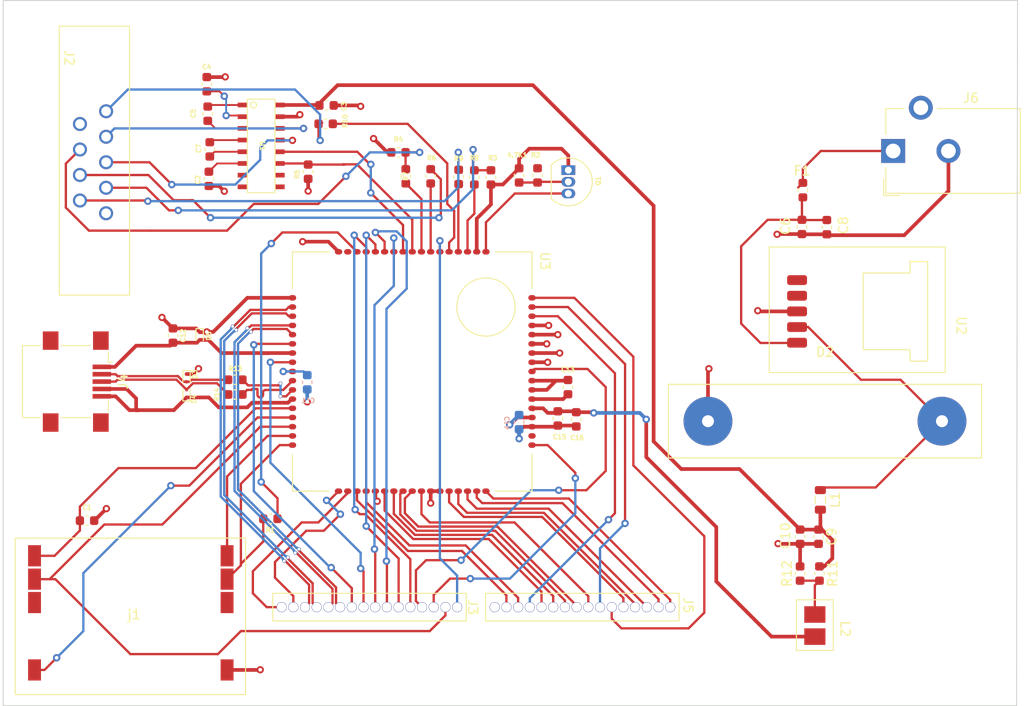
<source format=kicad_pcb>
(kicad_pcb (version 20211014) (generator pcbnew)
  (layers (0 "F.Cu" signal) (1 "In1.Cu" power "GND1.Cu") (2 "In2.Cu" power "GND2.Cu") (31 "B.Cu" signal) (34 "B.Paste" user) (35 "F.Paste" user) (36 "B.SilkS" user "B.Silkscreen") (37 "F.SilkS" user "F.Silkscreen") (38 "B.Mask" user) (39 "F.Mask" user) (44 "Edge.Cuts" user))
  (net 0 "")
  (net 1 "Net-(4.7K1-Pad1)")
  (net 2 "GND")
  (net 3 "/VSIM")
  (net 4 "/VS-")
  (net 5 "+5V")
  (net 6 "/VS+")
  (net 7 "/C1+")
  (net 8 "/C1-")
  (net 9 "Net-(C6-Pad1)")
  (net 10 "/C2+")
  (net 11 "/C2-")
  (net 12 "/D-")
  (net 13 "Net-(C11-Pad1)")
  (net 14 "/SIM_RST")
  (net 15 "/SIM_CLK")
  (net 16 "/SIM_DATA")
  (net 17 "/SIM_PRE")
  (net 18 "Net-(D2-Pad2)")
  (net 19 "/D+")
  (net 20 "Net-(F1-Pad1)")
  (net 22 "/DCD")
  (net 23 "Net-(J2-Pad2)")
  (net 24 "Net-(J2-Pad3)")
  (net 25 "/DTR")
  (net 27 "/RTS")
  (net 28 "/CTS")
  (net 29 "/RI")
  (net 30 "/PWRKEY")
  (net 31 "/VDD_EXT")
  (net 32 "INPUT_PULSE")
  (net 33 "/MAX232_RX")
  (net 34 "Net-(R7-Pad2)")
  (net 35 "Net-(R8-Pad2)")
  (net 36 "Net-(R9-Pad2)")
  (net 37 "Net-(R10-Pad2)")
  (net 38 "Net-(R11-Pad2)")
  (net 39 "/D_P")
  (net 40 "/D_N")
  (net 45 "/MAX232_TX")
  (net 46 "/PCM_OUT")
  (net 47 "Net-(R6-Pad2)")
  (net 48 "/GPIO17")
  (net 49 "/PCM_IN")
  (net 50 "/GPIO19")
  (net 51 "/PCM_SYNC")
  (net 53 "/MIC_P")
  (net 54 "/MIC_N")
  (net 55 "/SPK_P")
  (net 56 "/SPK_N")
  (net 57 "/KPLED")
  (net 58 "/ADC")
  (net 59 "/PWM1{slash}GPIO22")
  (net 60 "/PWM2{slash}GPIO23")
  (net 61 "/SDA")
  (net 62 "/SCL")
  (net 63 "/ROW4{slash}GPIO1")
  (net 64 "/ROW3{slash}GPIO2")
  (net 65 "/ROW2{slash}GPIO3")
  (net 66 "/ROW1{slash}GPIO4")
  (net 67 "/ROW0{slash}GPIO5")
  (net 68 "/C0L4{slash}GPIO6")
  (net 69 "/C0L3{slash}GPIO7")
  (net 70 "/C0L2{slash}GPIO8")
  (net 71 "/C0L1{slash}GPIO9")
  (net 72 "/C0L0{slash}GPIO10")
  (net 73 "/NETLIGHT")
  (net 75 "VBAT")
  (net 76 "/RF_ANT")
  (net 77 "/STATUS")
  (net 78 "/RF_SYNC")
  (net 79 "/PCM_CLK")
  (net 81 "PWR_CTRL")
  (footprint "Capacitor_SMD:C_0603_1608Metric" (layer "F.Cu") (at 152.5 108.6 90)
    (fp_text reference "C16")
    (fp_text value "0.1uF")
  )
  (footprint "Capacitor_SMD:C_0603_1608Metric" (layer "F.Cu") (at 178.8 121.35 -90)
    (fp_text reference "C9")
    (fp_text value "330uF")
  )
  (footprint "Capacitor_SMD:C_0603_1608Metric" (layer "F.Cu") (at 148.3 82.1 -90)
    (fp_text reference "R2")
    (fp_text value "4.7K")
  )
  (footprint "Capacitor_SMD:C_0603_1608Metric" (layer "F.Cu") (at 146.3 82.1 90)
    (fp_text reference "4.7K1")
    (fp_text value "R")
  )
  (footprint "Diode_SMD:D_SOD-923" (layer "F.Cu") (at 110.2 105.8 90)
    (fp_text reference "D4")
    (fp_text value "SZESD9B5.0ST5G")
  )
  (footprint "Capacitor_SMD:C_0603_1608Metric" (layer "F.Cu") (at 108.7275 99.5 -90)
    (fp_text reference "C12")
    (fp_text value "1uF")
  )
  (footprint "RS232_Interface_library:BarrelJack_CUI_PJ-102AH_Horizontal" (layer "F.Cu") (at 186.9 79.45 90)
    (fp_text reference "J6")
    (fp_text value "Jack-DC")
  )
  (footprint "Package_TO_SOT_THT:TO-92_Inline" (layer "F.Cu") (at 151.64 81.53 -90)
    (fp_text reference "Q1")
    (fp_text value "PN2222A")
  )
  (footprint "Capacitor_SMD:C_0603_1608Metric" (layer "F.Cu") (at 134 82.2 -90)
    (fp_text reference "R7")
    (fp_text value "R")
  )
  (footprint "Diode_SMD:D_SOD-923" (layer "F.Cu") (at 110.2 104.1 -90)
    (fp_text reference "D3")
    (fp_text value "SZESD9B5.0ST5G")
  )
  (footprint "RS232_Interface_library:SimCard_91228" (layer "F.Cu") (at 93.700007 123.420004)
    (fp_text reference "j1")
    (fp_text value "SIM_Card_91228")
  )
  (footprint "Capacitor_SMD:C_0603_1608Metric" (layer "F.Cu") (at 112.725004 79.275 -90)
    (fp_text reference "C7")
    (fp_text value "1uF")
  )
  (footprint "Capacitor_SMD:C_0603_1608Metric" (layer "F.Cu") (at 112.625004 82.475 -90)
    (fp_text reference "C2")
    (fp_text value "1uF")
  )
  (footprint "RS232_Interface_library:max232" (layer "F.Cu") (at 116.3 83.345007 -90)
    (fp_text reference "U1")
    (fp_text value "Max232")
  )
  (footprint "Capacitor_SMD:C_0603_1608Metric" (layer "F.Cu") (at 178.9 125.35 -90)
    (fp_text reference "R11")
    (fp_text value "1K")
  )
  (footprint "Capacitor_SMD:C_0603_1608Metric" (layer "F.Cu") (at 112.4 72.2 90)
    (fp_text reference "C4")
    (fp_text value "1uF")
  )
  (footprint "RS232_Interface_library:Db9" (layer "F.Cu") (at 101.47 75.135 -90)
    (fp_text reference "J2")
    (fp_text value "Db9_Port")
  )
  (footprint "Capacitor_SMD:C_0603_1608Metric" (layer "F.Cu") (at 151.6 105.1 -90)
    (fp_text reference "C13")
    (fp_text value "1uF")
  )
  (footprint "Capacitor_SMD:C_0603_1608Metric" (layer "F.Cu") (at 176.8 125.35 90)
    (fp_text reference "R12")
    (fp_text value "2.2K")
  )
  (footprint "Capacitor_SMD:C_0603_1608Metric" (layer "F.Cu") (at 133.2 79.6)
    (fp_text reference "R4")
    (fp_text value "14k")
  )
  (footprint "Capacitor_SMD:C_0603_1608Metric" (layer "F.Cu") (at 177 87.7 -90)
    (fp_text reference "C6")
    (fp_text value "1uF")
  )
  (footprint "Diode_SMD:D_SOD-923" (layer "F.Cu") (at 111.6275 99.55 -90)
    (fp_text reference "D5")
    (fp_text value "SZESD9B5.0ST5G")
  )
  (footprint "Capacitor_SMD:C_0603_1608Metric" (layer "F.Cu") (at 115.5 105.9 180)
    (fp_text reference "R13")
    (fp_text value "22R")
  )
  (footprint "Capacitor_SMD:C_0603_1608Metric" (layer "F.Cu") (at 125.4 74.5)
    (fp_text reference "C3")
    (fp_text value "1uF")
  )
  (footprint "RS232_Interface_library:MBR360" (layer "F.Cu") (at 179.5 108.8)
    (fp_text reference "D2")
    (fp_text value "MBR360")
  )
  (footprint "Capacitor_SMD:C_0603_1608Metric" (layer "F.Cu") (at 141.44 82.32 -90)
    (fp_text reference "R8")
    (fp_text value "R")
  )
  (footprint "RS232_Interface_library:Header_1x16" (layer "F.Cu") (at 120.52 129 -90)
    (fp_text reference "J3")
    (fp_text value "Conn_01x16_Female")
  )
  (footprint "RS232_Interface_library:LM2596" (layer "F.Cu") (at 176.47 100.275 -90)
    (fp_text reference "U2")
    (fp_text value "LM2596")
  )
  (footprint "Capacitor_SMD:C_0603_1608Metric" (layer "F.Cu") (at 112.5 75.4 -90)
    (fp_text reference "C5")
    (fp_text value "1uF")
  )
  (footprint "Capacitor_SMD:C_0603_1608Metric" (layer "F.Cu") (at 179.7 87.725 -90)
    (fp_text reference "C8")
    (fp_text value "100uF")
  )
  (footprint "RS232_Interface_library:Ferrite_bead" (layer "F.Cu") (at 178.4 132.2 -90)
    (fp_text reference "L2")
    (fp_text value "Ferrite_270ohm")
  )
  (footprint "Capacitor_SMD:C_0603_1608Metric" (layer "F.Cu") (at 143.24 82.32 90)
    (fp_text reference "R3")
    (fp_text value "14k")
  )
  (footprint "Capacitor_SMD:C_0603_1608Metric" (layer "F.Cu") (at 125.3 76.5)
    (fp_text reference "R10")
    (fp_text value "R")
  )
  (footprint "Capacitor_SMD:C_0603_1608Metric" (layer "F.Cu") (at 119.3 119.4 180)
    (fp_text reference "R1")
    (fp_text value "4.7k")
  )
  (footprint "Capacitor_SMD:C_0603_1608Metric" (layer "F.Cu") (at 150.5 108.5 90)
    (fp_text reference "C15")
    (fp_text value "0.1uF")
  )
  (footprint "Capacitor_SMD:C_0603_1608Metric" (layer "F.Cu") (at 115.5 104.3 180)
    (fp_text reference "R14")
    (fp_text value "22R")
  )
  (footprint "Capacitor_SMD:C_0603_1608Metric" (layer "F.Cu") (at 123.4 81.7 90)
    (fp_text reference "R5")
    (fp_text value "14k")
  )
  (footprint "RS232_Interface_library:Header_1x16" (layer "F.Cu") (at 162.7 129 90)
    (fp_text reference "J5")
    (fp_text value "Conn_01x16_Female")
  )
  (footprint "RS232_Interface_library:USB_Mini-B_Lumberg_2486_01_Horizontal" (layer "F.Cu") (at 98.3 104.5 -90)
    (fp_text reference "J4")
    (fp_text value "USB_A")
  )
  (footprint "Capacitor_SMD:C_0603_1608Metric" (layer "F.Cu") (at 136.7 82.2 -90)
    (fp_text reference "R6")
    (fp_text value "R")
  )
  (footprint "Capacitor_SMD:C_0603_1608Metric" (layer "F.Cu") (at 139.74 82.27 -90)
    (fp_text reference "R9")
    (fp_text value "R")
  )
  (footprint "RS232_Interface_library:SIM800" (layer "F.Cu") (at 147.7 111.32 -90)
    (fp_text reference "U3")
    (fp_text value "SIM800")
  )
  (footprint "Capacitor_SMD:C_0603_1608Metric" (layer "F.Cu") (at 176.8 121.35 -90)
    (fp_text reference "C10")
    (fp_text value "100nF")
  )
  (footprint "Fuse:Fuse_0603_1608Metric" (layer "F.Cu") (at 177.1 83.7 -90)
    (fp_text reference "F1")
    (fp_text value "Fuse_2A")
  )
  (footprint "Capacitor_SMD:C_0603_1608Metric" (layer "F.Cu") (at 99.4 119.6)
    (fp_text reference "C1")
    (fp_text value "1uF")
  )
  (footprint "Inductor_SMD:L_0805_2012Metric" (layer "F.Cu") (at 179 117.35 -90)
    (fp_text reference "L1")
    (fp_text value "L_Iron_Small")
  )
  (footprint "Capacitor_SMD:C_0603_1608Metric" (layer "B.Cu") (at 123.3 104.575 -90)
    (fp_text reference "C11")
    (fp_text value "1mF")
  )
  (footprint "Capacitor_SMD:C_0603_1608Metric" (layer "B.Cu") (at 146.3 108.9 90)
    (fp_text reference "C14")
    (fp_text value "0.1uF")
  )
  (gr_line (start 200.3 136.2) (end 200.3 139.7) (layer "Edge.Cuts") (width 0.1))
  (gr_line (start 90.3 139.7) (end 90.3 63.1) (layer "Edge.Cuts") (width 0.1))
  (gr_line (start 200.4 63.1) (end 200.3 136.5) (layer "Edge.Cuts") (width 0.1))
  (gr_line (start 90.3 63.1) (end 200.4 63.1) (layer "Edge.Cuts") (width 0.1))
  (gr_line (start 200.3 139.7) (end 90.3 139.7) (layer "Edge.Cuts") (width 0.1))
  (segment (start 151.64 82.8) (end 148.375 82.8) (width 0.25) (layer "F.Cu") (net 1))
  (segment (start 148.375 82.8) (end 148.3 82.875) (width 0.25) (layer "F.Cu") (net 1))
  (segment (start 148.3 82.875) (end 146.3 82.875) (width 0.25) (layer "F.Cu") (net 1))
  (segment (start 108.7275 98.725) (end 111.2225 98.725) (width 0.4) (layer "F.Cu") (net 2))
  (segment (start 143.24 85.26) (end 143.24 83.095) (width 0.4) (layer "F.Cu") (net 2))
  (segment (start 177 88.475) (end 174.325 88.475) (width 0.4) (layer "F.Cu") (net 2))
  (segment (start 174.325 88.475) (end 174.3 88.5) (width 0.4) (layer "F.Cu") (net 2))
  (segment (start 132.425 79.6) (end 132 79.6) (width 0.4) (layer "F.Cu") (net 2))
  (segment (start 116.8 95.4) (end 113.1 99.1) (width 0.4) (layer "F.Cu") (net 2))
  (segment (start 147.7 100.4) (end 149.3 100.4) (width 0.4) (layer "F.Cu") (net 2))
  (segment (start 122.5 75.5) (end 122.275 75.725) (width 0.4) (layer "F.Cu") (net 2))
  (segment (start 104.7275 106.3275) (end 103.7 105.3) (width 0.4) (layer "F.Cu") (net 2))
  (segment (start 111.6275 99.13) (end 112.37 99.13) (width 0.4) (layer "F.Cu") (net 2))
  (segment (start 114.375 71.425) (end 114.4 71.4) (width 0.4) (layer "F.Cu") (net 2))
  (segment (start 179.7 88.5) (end 177.025 88.5) (width 0.4) (layer "F.Cu") (net 2))
  (segment (start 174.425 122.125) (end 174.4 122.1) (width 0.4) (layer "F.Cu") (net 2))
  (segment (start 112.4 71.425) (end 114.375 71.425) (width 0.4) (layer "F.Cu") (net 2))
  (segment (start 150.9 79.2) (end 151.64 79.94) (width 0.4) (layer "F.Cu") (net 2))
  (segment (start 146.3 109.9) (end 146.3 110.7) (width 0.4) (layer "F.Cu") (net 2))
  (segment (start 177.025 88.5) (end 177 88.475) (width 0.4) (layer "F.Cu") (net 2))
  (segment (start 121.610051 106.4) (end 121.210051 106.8) (width 0.4) (layer "F.Cu") (net 2))
  (segment (start 176.8 122.125) (end 174.425 122.125) (width 0.4) (layer "F.Cu") (net 2))
  (segment (start 110.92 103.68) (end 111.5 103.1) (width 0.4) (layer "F.Cu") (net 2))
  (segment (start 121.7 106.4) (end 121.610051 106.4) (width 0.4) (layer "F.Cu") (net 2))
  (segment (start 105 107.6) (end 104.7275 107.6) (width 0.4) (layer "F.Cu") (net 2))
  (segment (start 101 106.1) (end 102.5 106.1) (width 0.4) (layer "F.Cu") (net 2))
  (segment (start 192.9 79.45) (end 192.9 83.8) (width 0.4) (layer "F.Cu") (net 2))
  (segment (start 123.4 82.475) (end 123.4 83.8) (width 0.4) (layer "F.Cu") (net 2))
  (segment (start 141.7 86.8) (end 143.24 85.26) (width 0.4) (layer "F.Cu") (net 2))
  (segment (start 121.7 95.4) (end 116.8 95.4) (width 0.4) (layer "F.Cu") (net 2))
  (segment (start 150.3 104.4) (end 151.525 104.4) (width 0.4) (layer "F.Cu") (net 2))
  (segment (start 100.2 119.6) (end 101.5 118.3) (width 0.4) (layer "F.Cu") (net 2))
  (segment (start 117.3 106.8) (end 116.8 107.3) (width 0.4) (layer "F.Cu") (net 2))
  (segment (start 111.2225 98.725) (end 111.6275 99.13) (width 0.4) (layer "F.Cu") (net 2))
  (segment (start 130.7 116.4) (end 130.7 117.3) (width 0.4) (layer "F.Cu") (net 2))
  (segment (start 132 79.6) (end 130.5 78.1) (width 0.4) (layer "F.Cu") (net 2))
  (segment (start 147.7 105.4) (end 149.3 105.4) (width 0.4) (layer "F.Cu") (net 2))
  (segment (start 112.37 99.13) (end 112.4 99.1) (width 0.4) (layer "F.Cu") (net 2))
  (segment (start 143.24 83.095) (end 144.53 83.095) (width 0.4) (layer "F.Cu") (net 2))
  (segment (start 166.8 108.8) (end 166.8 103.2) (width 0.4) (layer "F.Cu") (net 2))
  (segment (start 116.8 107.3) (end 113.7 107.3) (width 0.4) (layer "F.Cu") (net 2))
  (segment (start 147.7 101.4) (end 150.7 101.4) (width 0.4) (layer "F.Cu") (net 2))
  (segment (start 112.625004 83.25) (end 113.7255 83.25) (width 0.4) (layer "F.Cu") (net 2))
  (segment (start 172.275 96.875) (end 172.2 96.8) (width 0.4) (layer "F.Cu") (net 2))
  (segment (start 147.7 98.4) (end 149.5 98.4) (width 0.4) (layer "F.Cu") (net 2))
  (segment (start 179.8 88.6) (end 179.7 88.5) (width 0.4) (layer "F.Cu") (net 2))
  (segment (start 176.8 122.125) (end 176.8 124.575) (width 0.4) (layer "F.Cu") (net 2))
  (segment (start 147.7 109.4) (end 150.375 109.4) (width 0.4) (layer "F.Cu") (net 2))
  (segment (start 125.6 89.3) (end 122.8 89.3) (width 0.4) (layer "F.Cu") (net 2))
  (segment (start 147.7 99.4) (end 150.5 99.4) (width 0.4) (layer "F.Cu") (net 2))
  (segment (start 146.3 81.325) (end 146.3 80.3) (width 0.4) (layer "F.Cu") (net 2))
  (segment (start 151.64 79.94) (end 151.64 81.53) (width 0.4) (layer "F.Cu") (net 2))
  (segment (start 118.18 135.82) (end 118.2 135.8) (width 0.4) (layer "F.Cu") (net 2))
  (segment (start 121.210051 106.8) (end 117.3 106.8) (width 0.4) (layer "F.Cu") (net 2))
  (segment (start 178.8 122.125) (end 176.8 122.125) (width 0.4) (layer "F.Cu") (net 2))
  (segment (start 107.5325 97.53) (end 108.7275 98.725) (width 0.4) (layer "F.Cu") (net 2))
  (segment (start 146.3 80.3) (end 147.4 79.2) (width 0.4) (layer "F.Cu") (net 2))
  (segment (start 126.7 90.4) (end 125.6 89.3) (width 0.4) (layer "F.Cu") (net 2))
  (segment (start 144.53 83.095) (end 146.3 81.325) (width 0.4) (layer "F.Cu") (net 2))
  (segment (start 113.7255 83.25) (end 114.3 83.8245) (width 0.4) (layer "F.Cu") (net 2))
  (segment (start 112.62 106.22) (end 110.2 106.22) (width 0.4) (layer "F.Cu") (net 2))
  (segment (start 147.4 79.2) (end 150.9 79.2) (width 0.4) (layer "F.Cu") (net 2))
  (segment (start 114.6 135.82) (end 118.18 135.82) (width 0.4) (layer "F.Cu") (net 2))
  (segment (start 113.1 99.1) (end 112.4 99.1) (width 0.4) (layer "F.Cu") (net 2))
  (segment (start 104.7275 107.6) (end 104.7275 106.3275) (width 0.4) (layer "F.Cu") (net 2))
  (segment (start 192.9 83.8) (end 188.1 88.6) (width 0.4) (layer "F.Cu") (net 2))
  (segment (start 122.275 75.725) (end 120.300004 75.725) (width 0.4) (layer "F.Cu") (net 2))
  (segment (start 100.175 119.6) (end 100.2 119.6) (width 0.4) (layer "F.Cu") (net 2))
  (segment (start 129 74.5) (end 129.1 74.6) (width 0.4) (layer "F.Cu") (net 2))
  (segment (start 141.7 90.4) (end 141.7 86.8) (width 0.4) (layer "F.Cu") (net 2))
  (segment (start 176.47 96.875) (end 172.275 96.875) (width 0.4) (layer "F.Cu") (net 2))
  (segment (start 136.7 117.7) (end 136.7 116.4) (width 0.4) (layer "F.Cu") (net 2))
  (segment (start 151.525 104.4) (end 151.6 104.325) (width 0.4) (layer "F.Cu") (net 2))
  (segment (start 166.8 103.2) (end 166.9 103.1) (width 0.4) (layer "F.Cu") (net 2))
  (segment (start 152.4 109.275) (end 152.5 109.375) (width 0.4) (layer "F.Cu") (net 2))
  (segment (start 147.7 102.4) (end 149.4 102.4) (width 0.4) (layer "F.Cu") (net 2))
  (segment (start 150.375 109.4) (end 150.5 109.275) (width 0.4) (layer "F.Cu") (net 2))
  (segment (start 176.95 88.525) (end 177 88.475) (width 0.4) (layer "F.Cu") (net 2))
  (segment (start 104 107.6) (end 105 107.6) (width 0.4) (layer "F.Cu") (net 2))
  (segment (start 108.82 107.6) (end 105 107.6) (width 0.4) (layer "F.Cu") (net 2))
  (segment (start 149.3 105.4) (end 150.3 104.4) (width 0.4) (layer "F.Cu") (net 2))
  (segment (start 103.7 105.3) (end 101 105.3) (width 0.4) (layer "F.Cu") (net 2))
  (segment (start 136.7 116.4) (end 137.7 116.4) (width 0.4) (layer "F.Cu") (net 2))
  (segment (start 130.7 117.3) (end 130.9 117.5) (width 0.4) (layer "F.Cu") (net 2))
  (segment (start 146.8 109.4) (end 146.3 109.9) (width 0.4) (layer "F.Cu") (net 2))
  (segment (start 147.7 104.4) (end 150.3 104.4) (width 0.4) (layer "F.Cu") (net 2))
  (segment (start 126.175 74.5) (end 129 74.5) (width 0.4) (layer "F.Cu") (net 2))
  (segment (start 188.1 88.6) (end 179.8 88.6) (width 0.4) (layer "F.Cu") (net 2))
  (segment (start 110.2 103.68) (end 110.92 103.68) (width 0.4) (layer "F.Cu") (net 2))
  (segment (start 147.7 109.4) (end 146.8 109.4) (width 0.4) (layer "F.Cu") (net 2))
  (segment (start 102.5 106.1) (end 104 107.6) (width 0.4) (layer "F.Cu") (net 2))
  (segment (start 110.2 106.22) (end 108.82 107.6) (width 0.4) (layer "F.Cu") (net 2))
  (segment (start 113.7 107.3) (end 112.62 106.22) (width 0.4) (layer "F.Cu") (net 2))
  (segment (start 150.5 109.275) (end 152.4 109.275) (width 0.4) (layer "F.Cu") (net 2))
  (via micro (at 149.3 100.4) (size 0.8) (drill 0.4) (layers "F.Cu" "In1.Cu") (net 2))
  (via micro (at 122.8 89.3) (size 0.8) (drill 0.4) (layers "F.Cu" "In1.Cu") (net 2))
  (via micro (at 123.4 83.8) (size 0.8) (drill 0.4) (layers "F.Cu" "In1.Cu") (net 2))
  (via micro (at 101.5 118.3) (size 0.8) (drill 0.4) (layers "F.Cu" "In1.Cu") (net 2))
  (via (at 146.3 110.7) (size 0.8) (drill 0.4) (layers "F.Cu" "B.Cu") (net 2))
  (via micro (at 112.4 99.1) (size 0.8) (drill 0.4) (layers "F.Cu" "In1.Cu") (net 2))
  (via micro (at 107.5325 97.53) (size 0.8) (drill 0.4) (layers "F.Cu" "In1.Cu") (net 2))
  (via micro (at 150.7 101.4) (size 0.8) (drill 0.4) (layers "F.Cu" "In1.Cu") (net 2))
  (via micro (at 123.3 106.7) (size 0.8) (drill 0.4) (layers "F.Cu" "In1.Cu") (net 2))
  (via micro (at 136.7 117.7) (size 0.8) (drill 0.4) (layers "F.Cu" "In1.Cu") (net 2))
  (via micro (at 166.9 103.1) (size 0.8) (drill 0.4) (layers "F.Cu" "In1.Cu") (net 2))
  (via micro (at 122.5 75.5) (size 0.8) (drill 0.4) (layers "F.Cu" "In1.Cu") (net 2))
  (via micro (at 114.4 71.4) (size 0.8) (drill 0.4) (layers "F.Cu" "In1.Cu") (net 2))
  (via micro (at 111.5 103.1) (size 0.8) (drill 0.4) (layers "F.Cu" "In1.Cu") (net 2))
  (via micro (at 172.2 96.8) (size 0.8) (drill 0.4) (layers "F.Cu" "In1.Cu") (net 2))
  (via micro (at 130.9 117.5) (size 0.8) (drill 0.4) (layers "F.Cu" "In1.Cu") (net 2))
  (via micro (at 118.2 135.8) (size 0.8) (drill 0.4) (layers "F.Cu" "In1.Cu") (net 2))
  (via micro (at 130.5 78.1) (size 0.8) (drill 0.4) (layers "F.Cu" "In1.Cu") (net 2))
  (via micro (at 129.1 74.6) (size 0.8) (drill 0.4) (layers "F.Cu" "In1.Cu") (net 2))
  (via micro (at 174.4 122.1) (size 0.8) (drill 0.4) (layers "F.Cu" "In1.Cu") (net 2))
  (via micro (at 150.5 99.4) (size 0.8) (drill 0.4) (layers "F.Cu" "In1.Cu") (net 2))
  (via micro (at 174.3 88.5) (size 0.8) (drill 0.4) (layers "F.Cu" "In1.Cu") (net 2))
  (via micro (at 149.4 102.4) (size 0.8) (drill 0.4) (layers "F.Cu" "In1.Cu") (net 2))
  (via micro (at 149.5 98.4) (size 0.8) (drill 0.4) (layers "F.Cu" "In1.Cu") (net 2))
  (via micro (at 114.3 83.8245) (size 0.8) (drill 0.4) (layers "F.Cu" "In1.Cu") (net 2))
  (segment (start 123.3 105.35) (end 123.3 106.7) (width 0.4) (layer "B.Cu") (net 2))
  (segment (start 146.3 110.7) (end 146.3 109.675) (width 0.4) (layer "B.Cu") (net 2))
  (segment (start 102.8 113.9) (end 111.2 113.9) (width 0.25) (layer "F.Cu") (net 3))
  (segment (start 93.7 123.42) (end 95.88 123.42) (width 0.25) (layer "F.Cu") (net 3))
  (segment (start 111.2 113.9) (end 117.7 107.4) (width 0.25) (layer "F.Cu") (net 3))
  (segment (start 98.625 119.6) (end 98.625 118.075) (width 0.25) (layer "F.Cu") (net 3))
  (segment (start 98.625 118.075) (end 102.8 113.9) (width 0.25) (layer "F.Cu") (net 3))
  (segment (start 98.625 120.675) (end 98.625 119.6) (width 0.25) (layer "F.Cu") (net 3))
  (segment (start 95.88 123.42) (end 98.625 120.675) (width 0.25) (layer "F.Cu") (net 3))
  (segment (start 117.7 107.4) (end 121.7 107.4) (width 0.25) (layer "F.Cu") (net 3))
  (segment (start 113.520004 80.805) (end 112.625004 81.7) (width 0.2) (layer "F.Cu") (net 4))
  (segment (start 116.300004 80.805) (end 113.520004 80.805) (width 0.2) (layer "F.Cu") (net 4))
  (segment (start 160.9 85.4) (end 147.8 72.3) (width 0.4) (layer "F.Cu") (net 5))
  (segment (start 102.4275 102.9) (end 104.7275 100.6) (width 0.4) (layer "F.Cu") (net 5))
  (segment (start 170.225 114) (end 163.9 114) (width 0.4) (layer "F.Cu") (net 5))
  (segment (start 124.58 74.455) (end 120.300004 74.455) (width 0.4) (layer "F.Cu") (net 5))
  (segment (start 179 120.375) (end 178.8 120.575) (width 0.4) (layer "F.Cu") (net 5))
  (segment (start 111.6275 99.97) (end 112.57 99.97) (width 0.4) (layer "F.Cu") (net 5))
  (segment (start 119.1 101.4) (end 118.4 101.4) (width 0.4) (layer "F.Cu") (net 5))
  (segment (start 179.175 120.575) (end 180.3 121.7) (width 0.4) (layer "F.Cu") (net 5))
  (segment (start 179.425 124.575) (end 178.9 124.575) (width 0.4) (layer "F.Cu") (net 5))
  (segment (start 178.8 120.575) (end 176.8 120.575) (width 0.4) (layer "F.Cu") (net 5))
  (segment (start 108.7275 100.275) (end 111.3225 100.275) (width 0.4) (layer "F.Cu") (net 5))
  (segment (start 180.3 121.7) (end 180.3 123.7) (width 0.4) (layer "F.Cu") (net 5))
  (segment (start 112.57 99.97) (end 114 101.4) (width 0.4) (layer "F.Cu") (net 5))
  (segment (start 147.8 72.3) (end 126.6 72.3) (width 0.4) (layer "F.Cu") (net 5))
  (segment (start 180.3 123.7) (end 179.425 124.575) (width 0.4) (layer "F.Cu") (net 5))
  (segment (start 101 102.9) (end 102.4275 102.9) (width 0.4) (layer "F.Cu") (net 5))
  (segment (start 108.4025 100.6) (end 108.7275 100.275) (width 0.4) (layer "F.Cu") (net 5))
  (segment (start 124.625 74.5) (end 124.58 74.455) (width 0.4) (layer "F.Cu") (net 5))
  (segment (start 114 101.4) (end 119.1 101.4) (width 0.4) (layer "F.Cu") (net 5))
  (segment (start 126.6 72.3) (end 124.625 74.275) (width 0.4) (layer "F.Cu") (net 5))
  (segment (start 119.1 101.4) (end 121.7 101.4) (width 0.4) (layer "F.Cu") (net 5))
  (segment (start 179 118.4125) (end 179 120.375) (width 0.4) (layer "F.Cu") (net 5))
  (segment (start 178.8 120.575) (end 179.175 120.575) (width 0.4) (layer "F.Cu") (net 5))
  (segment (start 104.7275 100.6) (end 108.4025 100.6) (width 0.4) (layer "F.Cu") (net 5))
  (segment (start 163.9 114) (end 160.9 111) (width 0.4) (layer "F.Cu") (net 5))
  (segment (start 176.8 120.575) (end 170.225 114) (width 0.4) (layer "F.Cu") (net 5))
  (segment (start 124.625 74.275) (end 124.625 74.5) (width 0.4) (layer "F.Cu") (net 5))
  (segment (start 160.9 111) (end 160.9 85.4) (width 0.4) (layer "F.Cu") (net 5))
  (segment (start 111.3225 100.275) (end 111.6275 99.97) (width 0.4) (layer "F.Cu") (net 5))
  (segment (start 113.775 72.975) (end 114.3 73.5) (width 0.2) (layer "F.Cu") (net 6))
  (segment (start 116.175004 75.6) (end 116.300004 75.725) (width 0.2) (layer "F.Cu") (net 6))
  (segment (start 112.4 72.975) (end 113.775 72.975) (width 0.2) (layer "F.Cu") (net 6))
  (segment (start 114.5 75.6) (end 116.175004 75.6) (width 0.2) (layer "F.Cu") (net 6))
  (via (at 114.3 73.5) (size 0.8) (drill 0.4) (layers "F.Cu" "B.Cu") (net 6))
  (via (at 114.5 75.6) (size 0.8) (drill 0.4) (layers "F.Cu" "B.Cu") (net 6))
  (segment (start 114.5 73.7) (end 114.5 75.6) (width 0.2) (layer "B.Cu") (net 6))
  (segment (start 114.3 73.5) (end 114.5 73.7) (width 0.2) (layer "B.Cu") (net 6))
  (segment (start 112.67 74.455) (end 116.300004 74.455) (width 0.2) (layer "F.Cu") (net 7))
  (segment (start 112.5 74.625) (end 112.67 74.455) (width 0.2) (layer "F.Cu") (net 7))
  (segment (start 116.300004 76.995) (end 113.32 76.995) (width 0.2) (layer "F.Cu") (net 8))
  (segment (start 113.32 76.995) (end 112.5 76.175) (width 0.2) (layer "F.Cu") (net 8))
  (segment (start 172.5 100.3) (end 170.4 98.2) (width 0.25) (layer "F.Cu") (net 9))
  (segment (start 176.445 100.3) (end 172.5 100.3) (width 0.25) (layer "F.Cu") (net 9))
  (segment (start 177 86.925) (end 177 84.5875) (width 0.25) (layer "F.Cu") (net 9))
  (segment (start 170.4 89.8) (end 173.275 86.925) (width 0.25) (layer "F.Cu") (net 9))
  (segment (start 177.1 86.825) (end 177 86.925) (width 0.25) (layer "F.Cu") (net 9))
  (segment (start 176.47 100.275) (end 176.445 100.3) (width 0.25) (layer "F.Cu") (net 9))
  (segment (start 170.4 98.2) (end 170.4 89.8) (width 0.25) (layer "F.Cu") (net 9))
  (segment (start 173.275 86.925) (end 177 86.925) (width 0.25) (layer "F.Cu") (net 9))
  (segment (start 179.7 86.95) (end 177.025 86.95) (width 0.25) (layer "F.Cu") (net 9))
  (segment (start 177 84.5875) (end 177.1 84.4875) (width 0.25) (layer "F.Cu") (net 9))
  (segment (start 177.025 86.95) (end 177 86.925) (width 0.25) (layer "F.Cu") (net 9))
  (segment (start 112.960004 78.265) (end 116.300004 78.265) (width 0.2) (layer "F.Cu") (net 10))
  (segment (start 112.725004 78.5) (end 112.865004 78.64) (width 0.2) (layer "F.Cu") (net 10))
  (segment (start 112.725004 78.5) (end 112.960004 78.265) (width 0.2) (layer "F.Cu") (net 10))
  (segment (start 112.725004 80.05) (end 113.240004 79.535) (width 0.2) (layer "F.Cu") (net 11))
  (segment (start 113.240004 79.535) (end 116.300004 79.535) (width 0.2) (layer "F.Cu") (net 11))
  (segment (start 109.878816 104.52) (end 110.2 104.52) (width 0.254) (layer "F.Cu") (net 12))
  (segment (start 102.500001 103.7) (end 102.709501 103.9095) (width 0.254) (layer "F.Cu") (net 12))
  (segment (start 110.741184 104.3) (end 114.725 104.3) (width 0.254) (layer "F.Cu") (net 12))
  (segment (start 110.2 104.52) (end 110.521184 104.52) (width 0.254) (layer "F.Cu") (net 12))
  (segment (start 102.709501 103.9095) (end 109.268316 103.9095) (width 0.254) (layer "F.Cu") (net 12))
  (segment (start 109.268316 103.9095) (end 109.878816 104.52) (width 0.254) (layer "F.Cu") (net 12))
  (segment (start 110.521184 104.52) (end 110.741184 104.3) (width 0.254) (layer "F.Cu") (net 12))
  (segment (start 101 103.7) (end 102.500001 103.7) (width 0.254) (layer "F.Cu") (net 12))
  (segment (start 121.7 103.4) (end 120.7 103.4) (width 0.25) (layer "F.Cu") (net 13))
  (via (at 120.7 103.4) (size 0.8) (drill 0.4) (layers "F.Cu" "B.Cu") (net 13))
  (segment (start 123.3 103.8) (end 122.9 103.4) (width 0.25) (layer "B.Cu") (net 13))
  (segment (start 122.9 103.4) (end 120.7 103.4) (width 0.25) (layer "B.Cu") (net 13))
  (segment (start 114.6 114.8) (end 119 110.4) (width 0.25) (layer "F.Cu") (net 14))
  (segment (start 119 110.4) (end 121.7 110.4) (width 0.25) (layer "F.Cu") (net 14))
  (segment (start 114.6 123.42) (end 114.6 114.8) (width 0.25) (layer "F.Cu") (net 14))
  (segment (start 95.96 125.96) (end 95.34 125.96) (width 0.25) (layer "F.Cu") (net 15))
  (segment (start 113.6 134.1) (end 104.1 134.1) (width 0.25) (layer "F.Cu") (net 15))
  (segment (start 118.2 109.4) (end 121.7 109.4) (width 0.25) (layer "F.Cu") (net 15))
  (segment (start 107.575 120.025) (end 118.2 109.4) (width 0.25) (layer "F.Cu") (net 15))
  (segment (start 95.34 125.96) (end 101.275 120.025) (width 0.25) (layer "F.Cu") (net 15))
  (segment (start 93.7 125.96) (end 95.34 125.96) (width 0.25) (layer "F.Cu") (net 15))
  (segment (start 138.3 129) (end 138.3 129.9) (width 0.25) (layer "F.Cu") (net 15))
  (segment (start 101.275 120.025) (end 107.575 120.025) (width 0.25) (layer "F.Cu") (net 15))
  (segment (start 116.1 131.6) (end 113.6 134.1) (width 0.25) (layer "F.Cu") (net 15))
  (segment (start 104.1 134.1) (end 95.96 125.96) (width 0.25) (layer "F.Cu") (net 15))
  (segment (start 136.6 131.6) (end 116.1 131.6) (width 0.25) (layer "F.Cu") (net 15))
  (segment (start 138.3 129.9) (end 136.6 131.6) (width 0.25) (layer "F.Cu") (net 15))
  (segment (start 110.5 115.8) (end 108.5 115.8) (width 0.25) (layer "F.Cu") (net 16))
  (segment (start 116 110.3) (end 110.5 115.8) (width 0.25) (layer "F.Cu") (net 16))
  (segment (start 96.1 134.5) (end 94.78 135.82) (width 0.25) (layer "F.Cu") (net 16))
  (segment (start 121.7 108.4) (end 117.9 108.4) (width 0.25) (layer "F.Cu") (net 16))
  (segment (start 117.9 108.4) (end 116 110.3) (width 0.25) (layer "F.Cu") (net 16))
  (segment (start 94.78 135.82) (end 93.7 135.82) (width 0.25) (layer "F.Cu") (net 16))
  (via (at 108.5 115.8) (size 0.8) (drill 0.4) (layers "F.Cu" "B.Cu") (net 16))
  (via (at 96.1 134.5) (size 0.8) (drill 0.4) (layers "F.Cu" "B.Cu") (net 16))
  (segment (start 99 125.3) (end 99 131) (width 0.25) (layer "B.Cu") (net 16))
  (segment (start 99 131) (end 99 131.6) (width 0.25) (layer "B.Cu") (net 16))
  (segment (start 99 131.6) (end 96.1 134.5) (width 0.25) (layer "B.Cu") (net 16))
  (segment (start 108.5 115.8) (end 99 125.3) (width 0.25) (layer "B.Cu") (net 16))
  (segment (start 116.1 115.6) (end 120.3 111.4) (width 0.25) (layer "F.Cu") (net 17))
  (segment (start 114.6 125.96) (end 116.1 124.46) (width 0.25) (layer "F.Cu") (net 17))
  (segment (start 118.525 121.875) (end 116.1 124.3) (width 0.25) (layer "F.Cu") (net 17))
  (segment (start 118.525 119.4) (end 118.525 121.875) (width 0.25) (layer "F.Cu") (net 17))
  (segment (start 120.3 111.4) (end 121.7 111.4) (width 0.25) (layer "F.Cu") (net 17))
  (segment (start 116.1 124.3) (end 116.1 115.6) (width 0.25) (layer "F.Cu") (net 17))
  (segment (start 116.1 124.46) (end 116.1 124.3) (width 0.25) (layer "F.Cu") (net 17))
  (segment (start 187.7 104.3) (end 192.2 108.8) (width 0.25) (layer "F.Cu") (net 18))
  (segment (start 177.675 98.575) (end 183.4 104.3) (width 0.25) (layer "F.Cu") (net 18))
  (segment (start 185 116) (end 179.2875 116) (width 0.25) (layer "F.Cu") (net 18))
  (segment (start 176.47 98.575) (end 177.675 98.575) (width 0.25) (layer "F.Cu") (net 18))
  (segment (start 192.2 108.8) (end 185 116) (width 0.25) (layer "F.Cu") (net 18))
  (segment (start 179.2875 116) (end 179 116.2875) (width 0.25) (layer "F.Cu") (net 18))
  (segment (start 183.4 104.3) (end 187.7 104.3) (width 0.25) (layer "F.Cu") (net 18))
  (segment (start 109.1105 104.2905) (end 110.2 105.38) (width 0.254) (layer "F.Cu") (net 19))
  (segment (start 102.500001 104.5) (end 102.709501 104.2905) (width 0.254) (layer "F.Cu") (net 19))
  (segment (start 110.899 104.681) (end 113.506 104.681) (width 0.254) (layer "F.Cu") (net 19))
  (segment (start 102.709501 104.2905) (end 109.1105 104.2905) (width 0.254) (layer "F.Cu") (net 19))
  (segment (start 101 104.5) (end 102.500001 104.5) (width 0.254) (layer "F.Cu") (net 19))
  (segment (start 113.506 104.681) (end 114.725 105.9) (width 0.254) (layer "F.Cu") (net 19))
  (segment (start 110.2 105.38) (end 110.899 104.681) (width 0.254) (layer "F.Cu") (net 19))
  (segment (start 186.9 79.45) (end 179.05 79.45) (width 0.25) (layer "F.Cu") (net 20))
  (segment (start 176.5875 83.425) (end 177.1 82.9125) (width 0.25) (layer "F.Cu") (net 20))
  (segment (start 177.1 82.9125) (end 177.1 81.4) (width 0.25) (layer "F.Cu") (net 20))
  (segment (start 177.1 81.4) (end 179.05 79.45) (width 0.25) (layer "F.Cu") (net 20))
  (segment (start 124.525 78.125) (end 124.7 78.3) (width 0.25) (layer "F.Cu") (net 22))
  (segment (start 124.8 76.4) (end 124.925 76.4) (width 0.25) (layer "F.Cu") (net 22))
  (segment (start 124.525 76.5) (end 124.525 78.125) (width 0.25) (layer "F.Cu") (net 22))
  (via (at 124.7 78.3) (size 0.8) (drill 0.4) (layers "F.Cu" "B.Cu") (net 22))
  (segment (start 103.83 72.775) (end 101.47 75.135) (width 0.25) (layer "B.Cu") (net 22))
  (segment (start 124.7 78.3) (end 124.7 75.5) (width 0.25) (layer "B.Cu") (net 22))
  (segment (start 121.975 72.775) (end 103.83 72.775) (width 0.25) (layer "B.Cu") (net 22))
  (segment (start 124.7 75.5) (end 121.975 72.775) (width 0.25) (layer "B.Cu") (net 22))
  (segment (start 122.895 76.995) (end 122.9 77) (width 0.25) (layer "F.Cu") (net 23))
  (segment (start 120.300004 76.995) (end 122.895 76.995) (width 0.25) (layer "F.Cu") (net 23))
  (via (at 122.9 77) (size 0.8) (drill 0.4) (layers "F.Cu" "B.Cu") (net 23))
  (segment (start 122.9 77) (end 102.375 77) (width 0.25) (layer "B.Cu") (net 23))
  (segment (start 102.375 77) (end 101.47 77.905) (width 0.25) (layer "B.Cu") (net 23))
  (segment (start 120.335004 78.3) (end 120.300004 78.265) (width 0.25) (layer "F.Cu") (net 24))
  (segment (start 121.7 78.3) (end 120.335004 78.3) (width 0.25) (layer "F.Cu") (net 24))
  (segment (start 106.175 80.675) (end 108.6 83.1) (width 0.25) (layer "F.Cu") (net 24))
  (segment (start 101.47 80.675) (end 106.175 80.675) (width 0.25) (layer "F.Cu") (net 24))
  (via (at 108.6 83.1) (size 0.8) (drill 0.4) (layers "F.Cu" "B.Cu") (net 24))
  (via micro (at 121.7 78.3) (size 0.8) (drill 0.4) (layers "F.Cu" "In1.Cu") (net 24))
  (segment (start 108.6 83.1) (end 115.5 83.1) (width 0.25) (layer "B.Cu") (net 24))
  (segment (start 118.2 79.1) (end 119 78.3) (width 0.25) (layer "B.Cu") (net 24))
  (segment (start 119 78.3) (end 121.7 78.3) (width 0.25) (layer "B.Cu") (net 24))
  (segment (start 115.5 83.1) (end 117.3 81.3) (width 0.25) (layer "B.Cu") (net 24))
  (segment (start 118.2 80.4) (end 118.2 79.1) (width 0.25) (layer "B.Cu") (net 24))
  (segment (start 117.3 81.3) (end 118.2 80.4) (width 0.25) (layer "B.Cu") (net 24))
  (segment (start 105.845 83.445) (end 107.2 84.8) (width 0.25) (layer "F.Cu") (net 25))
  (segment (start 141.44 81.545) (end 143.24 81.545) (width 0.25) (layer "F.Cu") (net 25))
  (segment (start 101.47 83.445) (end 105.845 83.445) (width 0.25) (layer "F.Cu") (net 25))
  (segment (start 141.3 81.405) (end 141.44 81.545) (width 0.25) (layer "F.Cu") (net 25))
  (segment (start 107.2 84.8) (end 108.3 85.9) (width 0.25) (layer "F.Cu") (net 25))
  (segment (start 108.3 85.9) (end 109.3 85.9) (width 0.25) (layer "F.Cu") (net 25))
  (segment (start 141.3 79.3) (end 141.3 81.405) (width 0.25) (layer "F.Cu") (net 25))
  (via (at 109.3 85.9) (size 0.8) (drill 0.4) (layers "F.Cu" "B.Cu") (net 25))
  (via (at 141.3 79.3) (size 0.8) (drill 0.4) (layers "F.Cu" "B.Cu") (net 25))
  (segment (start 109.3 85.9) (end 139 85.9) (width 0.25) (layer "B.Cu") (net 25))
  (segment (start 141.3 83.6) (end 141.3 79.3) (width 0.25) (layer "B.Cu") (net 25))
  (segment (start 140.3 84.6) (end 141.3 83.6) (width 0.25) (layer "B.Cu") (net 25))
  (segment (start 139 85.9) (end 140.3 84.6) (width 0.25) (layer "B.Cu") (net 25))
  (segment (start 114.6 88.1) (end 116.8 85.9) (width 0.25) (layer "F.Cu") (net 27))
  (segment (start 124.2 85.2) (end 124.5 85.2) (width 0.25) (layer "F.Cu") (net 27))
  (segment (start 98.8 87.3) (end 99.6 88.1) (width 0.25) (layer "F.Cu") (net 27))
  (segment (start 97.1 80.82) (end 97.1 84.7) (width 0.25) (layer "F.Cu") (net 27))
  (segment (start 117.5 85.2) (end 124.2 85.2) (width 0.25) (layer "F.Cu") (net 27))
  (segment (start 98.63 79.29) (end 97.1 80.82) (width 0.25) (layer "F.Cu") (net 27))
  (segment (start 116.8 85.9) (end 117.5 85.2) (width 0.25) (layer "F.Cu") (net 27))
  (segment (start 106.3 88.1) (end 114.6 88.1) (width 0.25) (layer "F.Cu") (net 27))
  (segment (start 135.5 79.6) (end 133.975 79.6) (width 0.25) (layer "F.Cu") (net 27))
  (segment (start 99.6 88.1) (end 106.3 88.1) (width 0.25) (layer "F.Cu") (net 27))
  (segment (start 97.1 84.7) (end 97.1 85.6) (width 0.25) (layer "F.Cu") (net 27))
  (segment (start 124.5 85.2) (end 127.5 82.2) (width 0.25) (layer "F.Cu") (net 27))
  (segment (start 97.1 85.6) (end 98.8 87.3) (width 0.25) (layer "F.Cu") (net 27))
  (segment (start 133.975 81.4) (end 134 81.425) (width 0.25) (layer "F.Cu") (net 27))
  (segment (start 133.975 79.6) (end 133.975 81.4) (width 0.25) (layer "F.Cu") (net 27))
  (via (at 127.5 82.2) (size 0.8) (drill 0.4) (layers "F.Cu" "B.Cu") (net 27))
  (via (at 135.5 79.6) (size 0.8) (drill 0.4) (layers "F.Cu" "B.Cu") (net 27))
  (segment (start 127.5 82.2) (end 130.1 79.6) (width 0.25) (layer "B.Cu") (net 27))
  (segment (start 130.1 79.6) (end 135.5 79.6) (width 0.25) (layer "B.Cu") (net 27))
  (segment (start 110.9 84.8) (end 112.8 86.7) (width 0.25) (layer "F.Cu") (net 28))
  (segment (start 137.8 82.525) (end 136.7 81.425) (width 0.25) (layer "F.Cu") (net 28))
  (segment (start 108 84) (end 108.8 84.8) (width 0.25) (layer "F.Cu") (net 28))
  (segment (start 137.8 86.5) (end 137.8 82.525) (width 0.25) (layer "F.Cu") (net 28))
  (segment (start 110.7 84.8) (end 110.9 84.8) (width 0.25) (layer "F.Cu") (net 28))
  (segment (start 106.06 82.06) (end 108 84) (width 0.25) (layer "F.Cu") (net 28))
  (segment (start 98.63 82.06) (end 106.06 82.06) (width 0.25) (layer "F.Cu") (net 28))
  (segment (start 108.8 84.8) (end 110.7 84.8) (width 0.25) (layer "F.Cu") (net 28))
  (segment (start 137.6 86.7) (end 137.8 86.5) (width 0.25) (layer "F.Cu") (net 28))
  (via (at 112.8 86.7) (size 0.8) (drill 0.4) (layers "F.Cu" "B.Cu") (net 28))
  (via (at 137.6 86.7) (size 0.8) (drill 0.4) (layers "F.Cu" "B.Cu") (net 28))
  (segment (start 137.6 86.7) (end 112.8 86.7) (width 0.25) (layer "B.Cu") (net 28))
  (segment (start 139.7 79.6) (end 139.7 81.455) (width 0.25) (layer "F.Cu") (net 29))
  (segment (start 98.63 84.83) (end 105.93 84.83) (width 0.25) (layer "F.Cu") (net 29))
  (segment (start 139.54 81.295) (end 139.74 81.495) (width 0.25) (layer "F.Cu") (net 29))
  (segment (start 139.7 81.455) (end 139.74 81.495) (width 0.25) (layer "F.Cu") (net 29))
  (segment (start 105.93 84.83) (end 106 84.9) (width 0.25) (layer "F.Cu") (net 29))
  (via (at 106 84.9) (size 0.8) (drill 0.4) (layers "F.Cu" "B.Cu") (net 29))
  (via (at 139.7 79.6) (size 0.8) (drill 0.4) (layers "F.Cu" "B.Cu") (net 29))
  (segment (start 139.7 83.4) (end 139.7 79.6) (width 0.25) (layer "B.Cu") (net 29))
  (segment (start 106 84.9) (end 138.2 84.9) (width 0.25) (layer "B.Cu") (net 29))
  (segment (start 138.2 84.9) (end 139.7 83.4) (width 0.25) (layer "B.Cu") (net 29))
  (segment (start 145.83 84.07) (end 151.64 84.07) (width 0.25) (layer "F.Cu") (net 30))
  (segment (start 142.7 87.2) (end 145.83 84.07) (width 0.25) (layer "F.Cu") (net 30))
  (segment (start 142.7 90.4) (end 142.7 87.2) (width 0.25) (layer "F.Cu") (net 30))
  (segment (start 120.075 117.175) (end 118.3 115.4) (width 0.25) (layer "F.Cu") (net 31))
  (segment (start 126.6 88.3) (end 128.7 90.4) (width 0.25) (layer "F.Cu") (net 31))
  (segment (start 120.6 88.3) (end 126.6 88.3) (width 0.25) (layer "F.Cu") (net 31))
  (segment (start 119.4 89.5) (end 120.6 88.3) (width 0.25) (layer "F.Cu") (net 31))
  (segment (start 120.075 119.4) (end 120.075 117.175) (width 0.25) (layer "F.Cu") (net 31))
  (via (at 118.3 115.4) (size 0.8) (drill 0.4) (layers "F.Cu" "B.Cu") (net 31))
  (via (at 119.4 89.5) (size 0.8) (drill 0.4) (layers "F.Cu" "B.Cu") (net 31))
  (segment (start 118.3 115.4) (end 118.3 90.6) (width 0.25) (layer "B.Cu") (net 31))
  (segment (start 118.3 90.6) (end 119.4 89.5) (width 0.25) (layer "B.Cu") (net 31))
  (segment (start 120.300004 80.805) (end 123.28 80.805) (width 0.25) (layer "F.Cu") (net 33))
  (segment (start 127.175 80.925) (end 127.425 80.925) (width 0.25) (layer "F.Cu") (net 33))
  (segment (start 134.7 90.4) (end 134.7 86.9) (width 0.25) (layer "F.Cu") (net 33))
  (segment (start 127.2 80.9) (end 127.175 80.925) (width 0.25) (layer "F.Cu") (net 33))
  (segment (start 123.4 80.925) (end 127.175 80.925) (width 0.25) (layer "F.Cu") (net 33))
  (segment (start 123.28 80.805) (end 123.4 80.925) (width 0.25) (layer "F.Cu") (net 33))
  (segment (start 128.7 80.9) (end 127.2 80.9) (width 0.25) (layer "F.Cu") (net 33))
  (segment (start 134.7 86.9) (end 128.7 80.9) (width 0.25) (layer "F.Cu") (net 33))
  (segment (start 135.7 90.4) (end 135.7 84.675) (width 0.25) (layer "F.Cu") (net 34))
  (segment (start 134 82.975) (end 133.975 83) (width 0.25) (layer "F.Cu") (net 34))
  (segment (start 134 82.975) (end 135.7 84.675) (width 0.25) (layer "F.Cu") (net 34))
  (segment (start 140.7 87) (end 140.7 90.4) (width 0.25) (layer "F.Cu") (net 35))
  (segment (start 141.44 83.095) (end 141.44 86.26) (width 0.25) (layer "F.Cu") (net 35))
  (segment (start 141.44 86.26) (end 140.7 87) (width 0.25) (layer "F.Cu") (net 35))
  (segment (start 139.74 83.045) (end 139.7 83.085) (width 0.25) (layer "F.Cu") (net 36))
  (segment (start 139.7 83.085) (end 139.7 90.4) (width 0.25) (layer "F.Cu") (net 36))
  (segment (start 126.075 76.5) (end 134.2 76.5) (width 0.25) (layer "F.Cu") (net 37))
  (segment (start 134.2 76.5) (end 138.5 80.8) (width 0.25) (layer "F.Cu") (net 37))
  (segment (start 138.7 89.4) (end 138.7 90.4) (width 0.25) (layer "F.Cu") (net 37))
  (segment (start 139.25 85.95) (end 139.25 88.85) (width 0.25) (layer "F.Cu") (net 37))
  (segment (start 138.5 80.8) (end 138.5 85.2) (width 0.25) (layer "F.Cu") (net 37))
  (segment (start 139.25 88.85) (end 138.7 89.4) (width 0.25) (layer "F.Cu") (net 37))
  (segment (start 138.5 85.2) (end 139.25 85.95) (width 0.25) (layer "F.Cu") (net 37))
  (segment (start 178.9 126.125) (end 178.4 126.625) (width 0.25) (layer "F.Cu") (net 38))
  (segment (start 176.8 126.125) (end 178.9 126.125) (width 0.25) (layer "F.Cu") (net 38))
  (segment (start 178.4 126.625) (end 178.4 129.8) (width 0.25) (layer "F.Cu") (net 38))
  (segment (start 117.9 105.7) (end 117.9 105.35) (width 0.254) (layer "F.Cu") (net 39))
  (segment (start 116.775 105.4) (end 116.275 105.9) (width 0.254) (layer "F.Cu") (net 39))
  (segment (start 117.25 105.4) (end 116.775 105.4) (width 0.254) (layer "F.Cu") (net 39))
  (segment (start 118.5 105.7) (end 118.5 105.926088) (width 0.254) (layer "F.Cu") (net 39))
  (segment (start 117.9 105.926088) (end 117.9 105.7) (width 0.254) (layer "F.Cu") (net 39))
  (segment (start 121.7 104.4) (end 120.7 105.4) (width 0.254) (layer "F.Cu") (net 39))
  (segment (start 117.85 105.3) (end 117.35 105.3) (width 0.254) (layer "F.Cu") (net 39))
  (segment (start 120.7 105.4) (end 118.8 105.4) (width 0.254) (layer "F.Cu") (net 39))
  (arc (start 117.35 105.3) (mid 117.314645 105.314645) (end 117.3 105.35) (width 0.254) (layer "F.Cu") (net 39))
  (arc (start 118.2 106.226088) (mid 117.987868 106.13822) (end 117.9 105.926088) (width 0.254) (layer "F.Cu") (net 39))
  (arc (start 118.5 105.926088) (mid 118.412132 106.13822) (end 118.2 106.226088) (width 0.254) (layer "F.Cu") (net 39))
  (arc (start 117.9 105.35) (mid 117.885355 105.314645) (end 117.85 105.3) (width 0.254) (layer "F.Cu") (net 39))
  (arc (start 118.8 105.4) (mid 118.587868 105.487868) (end 118.5 105.7) (width 0.254) (layer "F.Cu") (net 39))
  (arc (start 117.3 105.35) (mid 117.285355 105.385355) (end 117.25 105.4) (width 0.254) (layer "F.Cu") (net 39))
  (segment (start 121 106.1) (end 121.7 105.4) (width 0.254) (layer "F.Cu") (net 40))
  (segment (start 116.275 104.3) (end 116.8845 104.9095) (width 0.254) (layer "F.Cu") (net 40))
  (segment (start 120.1905 104.9095) (end 120.4 104.7) (width 0.254) (layer "F.Cu") (net 40))
  (segment (start 116.8845 104.9095) (end 120.06327 104.9095) (width 0.254) (layer "F.Cu") (net 40))
  (segment (start 120.06327 104.9095) (end 120.1905 104.9095) (width 0.254) (layer "F.Cu") (net 40))
  (segment (start 120.4 106.1) (end 121 106.1) (width 0.254) (layer "F.Cu") (net 40))
  (via (at 120.4 106.1) (size 0.4) (drill 0.3) (layers "F.Cu" "B.Cu") (net 40))
  (via (at 120.4 104.7) (size 0.4) (drill 0.3) (layers "F.Cu" "B.Cu") (net 40))
  (segment (start 120.4 104.7) (end 120.4 106.1) (width 0.254) (layer "B.Cu") (net 40))
  (segment (start 130 80.8) (end 130.1 80.8) (width 0.25) (layer "F.Cu") (net 45))
  (segment (start 130.2 84) (end 133.7 87.5) (width 0.25) (layer "F.Cu") (net 45))
  (segment (start 133.7 87.5) (end 133.7 90.4) (width 0.25) (layer "F.Cu") (net 45))
  (segment (start 120.300004 79.535) (end 128.735 79.535) (width 0.25) (layer "F.Cu") (net 45))
  (segment (start 128.735 79.535) (end 130 80.8) (width 0.25) (layer "F.Cu") (net 45))
  (segment (start 130.1 80.8) (end 130.2 80.9) (width 0.25) (layer "F.Cu") (net 45))
  (via (at 130.2 84) (size 0.8) (drill 0.4) (layers "F.Cu" "B.Cu") (net 45))
  (via (at 130.2 80.9) (size 0.8) (drill 0.4) (layers "F.Cu" "B.Cu") (net 45))
  (segment (start 130.2 80.9) (end 130.2 84) (width 0.25) (layer "B.Cu") (net 45))
  (segment (start 137.7 90.4) (end 137.7 89.2) (width 0.25) (layer "F.Cu") (net 46))
  (via (at 137.7 89.2) (size 0.8) (drill 0.4) (layers "F.Cu" "B.Cu") (net 46))
  (segment (start 137.7 123.7) (end 139.57 125.57) (width 0.25) (layer "B.Cu") (net 46))
  (segment (start 139.57 125.57) (end 139.57 129) (width 0.25) (layer "B.Cu") (net 46))
  (segment (start 137.7 89.2) (end 137.7 123.7) (width 0.25) (layer "B.Cu") (net 46))
  (segment (start 136.7 82.975) (end 136.7 90.4) (width 0.25) (layer "F.Cu") (net 47))
  (segment (start 132.7 90.4) (end 132.7 88.9) (width 0.25) (layer "F.Cu") (net 48))
  (segment (start 130.68 129) (end 130.68 122.78) (width 0.25) (layer "F.Cu") (net 48))
  (segment (start 130.68 122.78) (end 130.6 122.7) (width 0.25) (layer "F.Cu") (net 48))
  (via (at 130.6 122.7) (size 0.8) (drill 0.4) (layers "F.Cu" "B.Cu") (net 48))
  (via (at 132.7 88.9) (size 0.8) (drill 0.4) (layers "F.Cu" "B.Cu") (net 48))
  (segment (start 130.6 96.2) (end 132.7 94.1) (width 0.25) (layer "B.Cu") (net 48))
  (segment (start 130.6 122.7) (end 130.6 96.2) (width 0.25) (layer "B.Cu") (net 48))
  (segment (start 132.7 94.1) (end 132.7 88.9) (width 0.25) (layer "B.Cu") (net 48))
  (segment (start 131.95 124.05) (end 131.9 124) (width 0.25) (layer "F.Cu") (net 49))
  (segment (start 131.95 129) (end 131.95 124.05) (width 0.25) (layer "F.Cu") (net 49))
  (segment (start 131.7 89.3) (end 130.7 88.3) (width 0.25) (layer "F.Cu") (net 49))
  (segment (start 131.7 90.4) (end 131.7 89.3) (width 0.25) (layer "F.Cu") (net 49))
  (via (at 130.7 88.3) (size 0.8) (drill 0.4) (layers "F.Cu" "B.Cu") (net 49))
  (via (at 131.9 124) (size 0.8) (drill 0.4) (layers "F.Cu" "B.Cu") (net 49))
  (segment (start 133.000305 88.175) (end 130.825 88.175) (width 0.25) (layer "B.Cu") (net 49))
  (segment (start 134.1 94.4) (end 134.1 89.274695) (width 0.25) (layer "B.Cu") (net 49))
  (segment (start 130.825 88.175) (end 130.7 88.3) (width 0.25) (layer "B.Cu") (net 49))
  (segment (start 131.9 96.6) (end 134.1 94.4) (width 0.25) (layer "B.Cu") (net 49))
  (segment (start 131.9 124) (end 131.9 96.6) (width 0.25) (layer "B.Cu") (net 49))
  (segment (start 134.1 89.274695) (end 133.000305 88.175) (width 0.25) (layer "B.Cu") (net 49))
  (segment (start 130.7 90.4) (end 130.7 89.6) (width 0.25) (layer "F.Cu") (net 50))
  (segment (start 133.22 123.72) (end 133.22 129) (width 0.25) (layer "F.Cu") (net 50))
  (segment (start 129.7 120.2) (end 133.22 123.72) (width 0.25) (layer "F.Cu") (net 50))
  (segment (start 130.7 89.6) (end 129.7 88.6) (width 0.25) (layer "F.Cu") (net 50))
  (via (at 129.7 88.6) (size 0.8) (drill 0.4) (layers "F.Cu" "B.Cu") (net 50))
  (via (at 129.7 120.2) (size 0.8) (drill 0.4) (layers "F.Cu" "B.Cu") (net 50))
  (segment (start 129.7 88.6) (end 129.7 120.2) (width 0.25) (layer "B.Cu") (net 50))
  (segment (start 134.49 123.79) (end 134.49 129) (width 0.25) (layer "F.Cu") (net 51))
  (segment (start 129 118.9) (end 129.6 118.9) (width 0.25) (layer "F.Cu") (net 51))
  (segment (start 129.6 118.9) (end 134.49 123.79) (width 0.25) (layer "F.Cu") (net 51))
  (segment (start 128.5 118.4) (end 129 118.9) (width 0.25) (layer "F.Cu") (net 51))
  (segment (start 129.7 90.4) (end 129.7 89.9) (width 0.25) (layer "F.Cu") (net 51))
  (segment (start 129.7 89.9) (end 128.4 88.6) (width 0.25) (layer "F.Cu") (net 51))
  (via (at 128.4 88.6) (size 0.8) (drill 0.4) (layers "F.Cu" "B.Cu") (net 51))
  (via (at 128.5 118.4) (size 0.8) (drill 0.4) (layers "F.Cu" "B.Cu") (net 51))
  (segment (start 128.4 88.6) (end 128.4 118.3) (width 0.25) (layer "B.Cu") (net 51))
  (segment (start 128.4 118.3) (end 128.5 118.4) (width 0.25) (layer "B.Cu") (net 51))
  (segment (start 121.3 96.4) (end 120.9905 96.7095) (width 0.254) (layer "F.Cu") (net 53))
  (segment (start 121.7 96.4) (end 121.3 96.4) (width 0.254) (layer "F.Cu") (net 53))
  (segment (start 120.9905 96.7095) (end 117.121092 96.7095) (width 0.254) (layer "F.Cu") (net 53))
  (segment (start 123.5045 126.573908) (end 120.925047 123.994455) (width 0.254) (layer "F.Cu") (net 53))
  (segment (start 117.121092 96.7095) (end 115.325047 98.505545) (width 0.254) (layer "F.Cu") (net 53))
  (segment (start 120.925047 123.994455) (end 120.805545 123.994455) (width 0.254) (layer "F.Cu") (net 53))
  (segment (start 123.06 129) (end 123.5045 128.5555) (width 0.254) (layer "F.Cu") (net 53))
  (segment (start 115.325047 98.505545) (end 115.205545 98.505545) (width 0.254) (layer "F.Cu") (net 53))
  (segment (start 123.5045 128.5555) (end 123.5045 126.573908) (width 0.254) (layer "F.Cu") (net 53))
  (via (at 115.205545 98.505545) (size 0.4) (drill 0.3) (layers "F.Cu" "B.Cu") (net 53))
  (via (at 120.805545 123.994455) (size 0.4) (drill 0.3) (layers "F.Cu" "B.Cu") (net 53))
  (segment (start 113.9095 116.978908) (end 120.667455 123.736863) (width 0.254) (layer "B.Cu") (net 53))
  (segment (start 120.805545 123.961926) (end 120.805545 123.994455) (width 0.254) (layer "B.Cu") (net 53))
  (segment (start 115.067455 98.676164) (end 115.067455 98.763137) (width 0.254) (layer "B.Cu") (net 53))
  (segment (start 115.205545 98.505545) (end 115.205545 98.538074) (width 0.254) (layer "B.Cu") (net 53))
  (segment (start 113.9095 99.921092) (end 113.9095 116.978908) (width 0.254) (layer "B.Cu") (net 53))
  (segment (start 120.667455 123.823836) (end 120.805545 123.961926) (width 0.254) (layer "B.Cu") (net 53))
  (segment (start 120.667455 123.736863) (end 120.667455 123.823836) (width 0.254) (layer "B.Cu") (net 53))
  (segment (start 115.067455 98.763137) (end 113.9095 99.921092) (width 0.254) (layer "B.Cu") (net 53))
  (segment (start 115.205545 98.538074) (end 115.067455 98.676164) (width 0.254) (layer "B.Cu") (net 53))
  (segment (start 124.33 129) (end 123.8855 128.5555) (width 0.254) (layer "F.Cu") (net 54))
  (segment (start 121.3 97.4) (end 120.9905 97.0905) (width 0.254) (layer "F.Cu") (net 54))
  (segment (start 115.594455 98.774953) (end 115.594455 98.894455) (width 0.254) (layer "F.Cu") (net 54))
  (segment (start 123.8855 126.416092) (end 121.194455 123.725047) (width 0.254) (layer "F.Cu") (net 54))
  (segment (start 123.8855 128.5555) (end 123.8855 126.416092) (width 0.254) (layer "F.Cu") (net 54))
  (segment (start 121.194455 123.725047) (end 121.194455 123.605545) (width 0.254) (layer "F.Cu") (net 54))
  (segment (start 120.9905 97.0905) (end 117.278908 97.0905) (width 0.254) (layer "F.Cu") (net 54))
  (segment (start 117.278908 97.0905) (end 115.594455 98.774953) (width 0.254) (layer "F.Cu") (net 54))
  (segment (start 121.7 97.4) (end 121.3 97.4) (width 0.254) (layer "F.Cu") (net 54))
  (via (at 121.194455 123.605545) (size 0.4) (drill 0.3) (layers "F.Cu" "B.Cu") (net 54))
  (via (at 115.594455 98.894455) (size 0.4) (drill 0.3) (layers "F.Cu" "B.Cu") (net 54))
  (segment (start 115.336863 99.032545) (end 114.2905 100.078908) (width 0.254) (layer "B.Cu") (net 54))
  (segment (start 114.2905 100.078908) (end 114.2905 116.821092) (width 0.254) (layer "B.Cu") (net 54))
  (segment (start 121.023836 123.467455) (end 121.161926 123.605545) (width 0.254) (layer "B.Cu") (net 54))
  (segment (start 115.561926 98.894455) (end 115.423836 99.032545) (width 0.254) (layer "B.Cu") (net 54))
  (segment (start 114.2905 116.821092) (end 120.936863 123.467455) (width 0.254) (layer "B.Cu") (net 54))
  (segment (start 115.594455 98.894455) (end 115.561926 98.894455) (width 0.254) (layer "B.Cu") (net 54))
  (segment (start 120.936863 123.467455) (end 121.023836 123.467455) (width 0.254) (layer "B.Cu") (net 54))
  (segment (start 121.161926 123.605545) (end 121.194455 123.605545) (width 0.254) (layer "B.Cu") (net 54))
  (segment (start 115.423836 99.032545) (end 115.336863 99.032545) (width 0.254) (layer "B.Cu") (net 54))
  (segment (start 125.6 129) (end 126.0445 128.5555) (width 0.254) (layer "F.Cu") (net 55))
  (segment (start 126.0445 127.013908) (end 122.125047 123.094455) (width 0.254) (layer "F.Cu") (net 55))
  (segment (start 116.838074 98.705545) (end 116.805545 98.705545) (width 0.254) (layer "F.Cu") (net 55))
  (segment (start 116.976164 98.567455) (end 116.838074 98.705545) (width 0.254) (layer "F.Cu") (net 55))
  (segment (start 121.7 98.4) (end 117.230592 98.4) (width 0.254) (layer "F.Cu") (net 55))
  (segment (start 117.230592 98.4) (end 117.063137 98.567455) (width 0.254) (layer "F.Cu") (net 55))
  (segment (start 122.125047 123.094455) (end 122.005545 123.094455) (width 0.254) (layer "F.Cu") (net 55))
  (segment (start 126.0445 128.5555) (end 126.0445 127.013908) (width 0.254) (layer "F.Cu") (net 55))
  (via (at 116.805545 98.705545) (size 0.4) (drill 0.3) (layers "F.Cu" "B.Cu") (net 55))
  (via (at 122.005545 123.094455) (size 0.4) (drill 0.3) (layers "F.Cu" "B.Cu") (net 55))
  (segment (start 116.805545 98.825047) (end 116.805545 98.705545) (width 0.254) (layer "B.Cu") (net 55))
  (segment (start 121.867455 122.923836) (end 121.867455 122.836863) (width 0.254) (layer "B.Cu") (net 55))
  (segment (start 122.005545 123.094455) (end 122.005545 123.061926) (width 0.254) (layer "B.Cu") (net 55))
  (segment (start 115.4095 116.378908) (end 115.4095 100.221092) (width 0.254) (layer "B.Cu") (net 55))
  (segment (start 121.867455 122.836863) (end 115.4095 116.378908) (width 0.254) (layer "B.Cu") (net 55))
  (segment (start 115.4095 100.221092) (end 116.805545 98.825047) (width 0.254) (layer "B.Cu") (net 55))
  (segment (start 122.005545 123.061926) (end 121.867455 122.923836) (width 0.254) (layer "B.Cu") (net 55))
  (segment (start 117.194455 99.061926) (end 117.194455 99.094455) (width 0.254) (layer "F.Cu") (net 56))
  (segment (start 126.4255 128.5555) (end 126.4255 126.856092) (width 0.254) (layer "F.Cu") (net 56))
  (segment (start 117.475381 98.781) (end 117.194455 99.061926) (width 0.254) (layer "F.Cu") (net 56))
  (segment (start 121.7 99.4) (end 121.081 98.781) (width 0.254) (layer "F.Cu") (net 56))
  (segment (start 121.081 98.781) (end 117.475381 98.781) (width 0.254) (layer "F.Cu") (net 56))
  (segment (start 126.87 129) (end 126.4255 128.5555) (width 0.254) (layer "F.Cu") (net 56))
  (segment (start 122.394455 122.825047) (end 122.394455 122.705545) (width 0.254) (layer "F.Cu") (net 56))
  (segment (start 126.4255 126.856092) (end 122.394455 122.825047) (width 0.254) (layer "F.Cu") (net 56))
  (via (at 117.194455 99.094455) (size 0.4) (drill 0.3) (layers "F.Cu" "B.Cu") (net 56))
  (via (at 122.394455 122.705545) (size 0.4) (drill 0.3) (layers "F.Cu" "B.Cu") (net 56))
  (segment (start 122.394455 122.705545) (end 122.361926 122.705545) (width 0.254) (layer "B.Cu") (net 56))
  (segment (start 115.7905 116.221092) (end 115.7905 100.378908) (width 0.254) (layer "B.Cu") (net 56))
  (segment (start 115.7905 100.378908) (end 117.074953 99.094455) (width 0.254) (layer "B.Cu") (net 56))
  (segment (start 122.223836 122.567455) (end 122.136863 122.567455) (width 0.254) (layer "B.Cu") (net 56))
  (segment (start 117.074953 99.094455) (end 117.194455 99.094455) (width 0.254) (layer "B.Cu") (net 56))
  (segment (start 122.361926 122.705545) (end 122.223836 122.567455) (width 0.254) (layer "B.Cu") (net 56))
  (segment (start 122.136863 122.567455) (end 115.7905 116.221092) (width 0.254) (layer "B.Cu") (net 56))
  (segment (start 128.14 126.94) (end 128.14 129) (width 0.25) (layer "F.Cu") (net 57))
  (segment (start 121.7 100.4) (end 117.6 100.4) (width 0.25) (layer "F.Cu") (net 57))
  (segment (start 125.9 124.7) (end 128.14 126.94) (width 0.25) (layer "F.Cu") (net 57))
  (segment (start 117.6 100.4) (end 117.5 100.5) (width 0.25) (layer "F.Cu") (net 57))
  (via (at 125.9 124.7) (size 0.8) (drill 0.4) (layers "F.Cu" "B.Cu") (net 57))
  (via (at 117.5 100.5) (size 0.8) (drill 0.4) (layers "F.Cu" "B.Cu") (net 57))
  (segment (start 117.5 100.5) (end 117.5 116.4) (width 0.25) (layer "B.Cu") (net 57))
  (segment (start 117.5 116.4) (end 120.6 119.5) (width 0.25) (layer "B.Cu") (net 57))
  (segment (start 125.8 124.7) (end 125.9 124.7) (width 0.25) (layer "B.Cu") (net 57))
  (segment (start 120.6 119.5) (end 125.8 124.7) (width 0.25) (layer "B.Cu") (net 57))
  (segment (start 121.7 102.4) (end 119.3 102.4) (width 0.25) (layer "F.Cu") (net 58))
  (segment (start 129.41 125.11) (end 129.41 129) (width 0.25) (layer "F.Cu") (net 58))
  (segment (start 129.1 124.8) (end 129.41 125.11) (width 0.25) (layer "F.Cu") (net 58))
  (via (at 129.1 124.8) (size 0.8) (drill 0.4) (layers "F.Cu" "B.Cu") (net 58))
  (via (at 119.3 102.4) (size 0.8) (drill 0.4) (layers "F.Cu" "B.Cu") (net 58))
  (segment (start 119.3 102.4) (end 119.3 113.3) (width 0.25) (layer "B.Cu") (net 58))
  (segment (start 125.7 119.7) (end 129.1 123.1) (width 0.25) (layer "B.Cu") (net 58))
  (segment (start 129.1 123.1) (end 129.1 124.8) (width 0.25) (layer "B.Cu") (net 58))
  (segment (start 119.3 113.3) (end 125.7 119.7) (width 0.25) (layer "B.Cu") (net 58))
  (segment (start 121.79 129) (end 121.79 127.79) (width 0.25) (layer "F.Cu") (net 59))
  (segment (start 125.7 117.4) (end 126.7 116.4) (width 0.25) (layer "F.Cu") (net 59))
  (segment (start 119.8 124.3) (end 119.8 124.1) (width 0.25) (layer "F.Cu") (net 59))
  (segment (start 121.3 127.3) (end 119.8 125.8) (width 0.25) (layer "F.Cu") (net 59))
  (segment (start 123.2 120.7) (end 125.1 120.7) (width 0.25) (layer "F.Cu") (net 59))
  (segment (start 121.79 127.79) (end 121.3 127.3) (width 0.25) (layer "F.Cu") (net 59))
  (segment (start 125.1 120.7) (end 126.9 118.9) (width 0.25) (layer "F.Cu") (net 59))
  (segment (start 125.4 117.4) (end 125.7 117.4) (width 0.25) (layer "F.Cu") (net 59))
  (segment (start 119.8 124.1) (end 122.1 121.8) (width 0.25) (layer "F.Cu") (net 59))
  (segment (start 122.1 121.8) (end 123.2 120.7) (width 0.25) (layer "F.Cu") (net 59))
  (segment (start 119.8 125.8) (end 119.8 124.3) (width 0.25) (layer "F.Cu") (net 59))
  (via (at 125.4 117.4) (size 0.8) (drill 0.4) (layers "F.Cu" "B.Cu") (net 59))
  (via (at 126.9 118.9) (size 0.8) (drill 0.4) (layers "F.Cu" "B.Cu") (net 59))
  (segment (start 126.9 118.9) (end 125.4 117.4) (width 0.25) (layer "B.Cu") (net 59))
  (segment (start 120.52 129) (end 118.9 129) (width 0.25) (layer "F.Cu") (net 60))
  (segment (start 117.4 127.5) (end 117.4 125.1) (width 0.25) (layer "F.Cu") (net 60))
  (segment (start 117.4 125.1) (end 122.7 119.8) (width 0.25) (layer "F.Cu") (net 60))
  (segment (start 118.9 129) (end 117.4 127.5) (width 0.25) (layer "F.Cu") (net 60))
  (segment (start 127.7 116.6) (end 127.7 116.4) (width 0.25) (layer "F.Cu") (net 60))
  (segment (start 122.7 119.8) (end 124.5 119.8) (width 0.25) (layer "F.Cu") (net 60))
  (segment (start 124.5 119.8) (end 127.7 116.6) (width 0.25) (layer "F.Cu") (net 60))
  (segment (start 128.7 117.4) (end 129.75 118.45) (width 0.25) (layer "F.Cu") (net 61))
  (segment (start 140.1 122.9) (end 144.92 127.72) (width 0.25) (layer "F.Cu") (net 61))
  (segment (start 144.92 127.72) (end 144.92 129) (width 0.25) (layer "F.Cu") (net 61))
  (segment (start 128.7 116.4) (end 128.7 117.4) (width 0.25) (layer "F.Cu") (net 61))
  (segment (start 129.75 118.45) (end 129.786396 118.45) (width 0.25) (layer "F.Cu") (net 61))
  (segment (start 134.236396 122.9) (end 140.1 122.9) (width 0.25) (layer "F.Cu") (net 61))
  (segment (start 129.786396 118.45) (end 134.236396 122.9) (width 0.25) (layer "F.Cu") (net 61))
  (segment (start 146.19 127.99) (end 146.19 129) (width 0.25) (layer "F.Cu") (net 62))
  (segment (start 134.4 122.3) (end 140.5 122.3) (width 0.25) (layer "F.Cu") (net 62))
  (segment (start 140.5 122.3) (end 146.19 127.99) (width 0.25) (layer "F.Cu") (net 62))
  (segment (start 129.7 116.4) (end 129.7 117.6) (width 0.25) (layer "F.Cu") (net 62))
  (segment (start 129.7 117.6) (end 134.4 122.3) (width 0.25) (layer "F.Cu") (net 62))
  (segment (start 148.73 127.33) (end 148.73 129) (width 0.25) (layer "F.Cu") (net 63))
  (segment (start 134.8 121.6) (end 143 121.6) (width 0.25) (layer "F.Cu") (net 63))
  (segment (start 143 121.6) (end 148.73 127.33) (width 0.25) (layer "F.Cu") (net 63))
  (segment (start 131.7 118.5) (end 134.8 121.6) (width 0.25) (layer "F.Cu") (net 63))
  (segment (start 131.7 116.4) (end 131.7 118.5) (width 0.25) (layer "F.Cu") (net 63))
  (segment (start 150 127.8) (end 150 129) (width 0.25) (layer "F.Cu") (net 64))
  (segment (start 132.7 118.863604) (end 134.986396 121.15) (width 0.25) (layer "F.Cu") (net 64))
  (segment (start 132.7 116.4) (end 132.7 118.863604) (width 0.25) (layer "F.Cu") (net 64))
  (segment (start 134.986396 121.15) (end 143.35 121.15) (width 0.25) (layer "F.Cu") (net 64))
  (segment (start 143.35 121.15) (end 150 127.8) (width 0.25) (layer "F.Cu") (net 64))
  (segment (start 143.7 120.7) (end 151.27 128.27) (width 0.25) (layer "F.Cu") (net 65))
  (segment (start 133.4 116.7) (end 133.4 118.927208) (width 0.25) (layer "F.Cu") (net 65))
  (segment (start 151.27 128.27) (end 151.27 129) (width 0.25) (layer "F.Cu") (net 65))
  (segment (start 133.4 118.927208) (end 135.172792 120.7) (width 0.25) (layer "F.Cu") (net 65))
  (segment (start 135.172792 120.7) (end 143.7 120.7) (width 0.25) (layer "F.Cu") (net 65))
  (segment (start 133.7 116.4) (end 133.4 116.7) (width 0.25) (layer "F.Cu") (net 65))
  (segment (start 143.95 120.25) (end 152.54 128.84) (width 0.25) (layer "F.Cu") (net 66))
  (segment (start 135.359188 120.25) (end 143.95 120.25) (width 0.25) (layer "F.Cu") (net 66))
  (segment (start 152.54 128.84) (end 152.54 129) (width 0.25) (layer "F.Cu") (net 66))
  (segment (start 133.9 118.790812) (end 135.359188 120.25) (width 0.25) (layer "F.Cu") (net 66))
  (segment (start 134.7 116.4) (end 133.9 117.2) (width 0.25) (layer "F.Cu") (net 66))
  (segment (start 133.9 117.2) (end 133.9 118.790812) (width 0.25) (layer "F.Cu") (net 66))
  (segment (start 136.6 119.8) (end 145.8 119.8) (width 0.25) (layer "F.Cu") (net 67))
  (segment (start 153.81 127.81) (end 153.81 129) (width 0.25) (layer "F.Cu") (net 67))
  (segment (start 145.8 119.8) (end 153.81 127.81) (width 0.25) (layer "F.Cu") (net 67))
  (segment (start 135.7 116.4) (end 135.7 118.9) (width 0.25) (layer "F.Cu") (net 67))
  (segment (start 135.7 118.9) (end 136.6 119.8) (width 0.25) (layer "F.Cu") (net 67))
  (segment (start 138.7 116.4) (end 138.7 117.6) (width 0.25) (layer "F.Cu") (net 68))
  (segment (start 140.3 119.2) (end 148.8 119.2) (width 0.25) (layer "F.Cu") (net 68))
  (segment (start 138.7 117.6) (end 140.3 119.2) (width 0.25) (layer "F.Cu") (net 68))
  (segment (start 157.62 128.02) (end 157.62 129) (width 0.25) (layer "F.Cu") (net 68))
  (segment (start 148.8 119.2) (end 157.62 128.02) (width 0.25) (layer "F.Cu") (net 68))
  (segment (start 158.89 128.653604) (end 148.986396 118.75) (width 0.25) (layer "F.Cu") (net 69))
  (segment (start 158.89 129) (end 158.89 128.653604) (width 0.25) (layer "F.Cu") (net 69))
  (segment (start 140.65 118.75) (end 139.7 117.8) (width 0.25) (layer "F.Cu") (net 69))
  (segment (start 148.986396 118.75) (end 140.65 118.75) (width 0.25) (layer "F.Cu") (net 69))
  (segment (start 139.7 117.8) (end 139.7 116.4) (width 0.25) (layer "F.Cu") (net 69))
  (segment (start 149.5 118.3) (end 141.7 118.3) (width 0.25) (layer "F.Cu") (net 70))
  (segment (start 141.7 118.3) (end 140.7 117.3) (width 0.25) (layer "F.Cu") (net 70))
  (segment (start 160.16 129) (end 160.16 128.96) (width 0.25) (layer "F.Cu") (net 70))
  (segment (start 140.7 117.3) (end 140.7 116.4) (width 0.25) (layer "F.Cu") (net 70))
  (segment (start 160.16 128.96) (end 149.5 118.3) (width 0.25) (layer "F.Cu") (net 70))
  (segment (start 141.7 117.1) (end 141.7 116.4) (width 0.25) (layer "F.Cu") (net 71))
  (segment (start 142.3 117.7) (end 141.7 117.1) (width 0.25) (layer "F.Cu") (net 71))
  (segment (start 161.43 129) (end 161.43 128.13) (width 0.25) (layer "F.Cu") (net 71))
  (segment (start 161.43 128.13) (end 151 117.7) (width 0.25) (layer "F.Cu") (net 71))
  (segment (start 151 117.7) (end 142.3 117.7) (width 0.25) (layer "F.Cu") (net 71))
  (segment (start 151.7 117.2) (end 162.7 128.2) (width 0.25) (layer "F.Cu") (net 72))
  (segment (start 143.5 117.2) (end 151.7 117.2) (width 0.25) (layer "F.Cu") (net 72))
  (segment (start 142.7 116.4) (end 143.5 117.2) (width 0.25) (layer "F.Cu") (net 72))
  (segment (start 162.7 128.2) (end 162.7 129) (width 0.25) (layer "F.Cu") (net 72))
  (segment (start 137.03 127.67) (end 138.5 126.2) (width 0.25) (layer "F.Cu") (net 73))
  (segment (start 138.5 126.2) (end 138.8 125.9) (width 0.25) (layer "F.Cu") (net 73))
  (segment (start 138.8 125.9) (end 141 125.9) (width 0.25) (layer "F.Cu") (net 73))
  (segment (start 137.03 129) (end 137.03 127.67) (width 0.25) (layer "F.Cu") (net 73))
  (segment (start 152.4 114.4) (end 152.4 115) (width 0.25) (layer "F.Cu") (net 73))
  (segment (start 149.4 111.4) (end 152.4 114.4) (width 0.25) (layer "F.Cu") (net 73))
  (segment (start 147.7 111.4) (end 149.4 111.4) (width 0.25) (layer "F.Cu") (net 73))
  (via (at 152.4 115) (size 0.8) (drill 0.4) (layers "F.Cu" "B.Cu") (net 73))
  (via (at 141 125.9) (size 0.8) (drill 0.4) (layers "F.Cu" "B.Cu") (net 73))
  (segment (start 152.4 118.8) (end 152.4 115) (width 0.25) (layer "B.Cu") (net 73))
  (segment (start 145.3 125.9) (end 152.2 119) (width 0.25) (layer "B.Cu") (net 73))
  (segment (start 141 125.9) (end 145.3 125.9) (width 0.25) (layer "B.Cu") (net 73))
  (segment (start 152.2 119) (end 152.4 118.8) (width 0.25) (layer "B.Cu") (net 73))
  (segment (start 149.4 107.9) (end 150.325 107.9) (width 0.4) (layer "F.Cu") (net 75))
  (segment (start 154.325 107.825) (end 154.4 107.9) (width 0.4) (layer "F.Cu") (net 75))
  (segment (start 145.28927 109.18927) (end 145.26781 109.18927) (width 0.4) (layer "F.Cu") (net 75))
  (segment (start 147.7 107.4) (end 148.9 107.4) (width 0.4) (layer "F.Cu") (net 75))
  (segment (start 167.7 120.3) (end 167.7 126.2) (width 0.4) (layer "F.Cu") (net 75))
  (segment (start 147.7 108.4) (end 146.1 108.4) (width 0.4) (layer "F.Cu") (net 75))
  (segment (start 146.1 108.4) (end 145.3 109.2) (width 0.4) (layer "F.Cu") (net 75))
  (segment (start 151.075 106.4) (end 151.6 105.875) (width 0.4) (layer "F.Cu") (net 75))
  (segment (start 173.7 132.2) (end 178.4 132.2) (width 0.4) (layer "F.Cu") (net 75))
  (segment (start 148.9 107.4) (end 149.4 107.9) (width 0.4) (layer "F.Cu") (net 75))
  (segment (start 147.825 107.525) (end 147.7 107.4) (width 0.4) (layer "F.Cu") (net 75))
  (segment (start 167.7 126.2) (end 173.7 132.2) (width 0.4) (layer "F.Cu") (net 75))
  (segment (start 152.5 107.825) (end 154.325 107.825) (width 0.4) (layer "F.Cu") (net 75))
  (segment (start 160.1 108.6) (end 160.1 112.7) (width 0.4) (layer "F.Cu") (net 75))
  (segment (start 150.325 107.9) (end 150.5 107.725) (width 0.4) (layer "F.Cu") (net 75))
  (segment (start 152.4 107.725) (end 152.5 107.825) (width 0.4) (layer "F.Cu") (net 75))
  (segment (start 160.1 112.7) (end 167.7 120.3) (width 0.4) (layer "F.Cu") (net 75))
  (segment (start 145.3 109.2) (end 145.28927 109.18927) (width 0.4) (layer "F.Cu") (net 75))
  (segment (start 150.5 107.725) (end 152.4 107.725) (width 0.4) (layer "F.Cu") (net 75))
  (segment (start 147.7 106.4) (end 151.075 106.4) (width 0.4) (layer "F.Cu") (net 75))
  (via (at 154.4 107.9) (size 0.8) (drill 0.4) (layers "F.Cu" "B.Cu") (net 75))
  (via (at 145.26781 109.18927) (size 0.8) (drill 0.4) (layers "F.Cu" "B.Cu") (net 75))
  (via (at 160.1 108.6) (size 0.8) (drill 0.4) (layers "F.Cu" "B.Cu") (net 75))
  (segment (start 145.26781 109.18927) (end 145.26781 109.15719) (width 0.4) (layer "B.Cu") (net 75))
  (segment (start 159.4 107.9) (end 160.1 108.6) (width 0.4) (layer "B.Cu") (net 75))
  (segment (start 145.26781 109.15719) (end 146.3 108.125) (width 0.4) (layer "B.Cu") (net 75))
  (segment (start 154.4 107.9) (end 159.4 107.9) (width 0.4) (layer "B.Cu") (net 75))
  (segment (start 153.6 116.3) (end 150.6 116.3) (width 0.25) (layer "F.Cu") (net 76))
  (segment (start 135.1 128.34) (end 135.76 129) (width 0.25) (layer "F.Cu") (net 76))
  (segment (start 140 123.9) (end 136.2 123.9) (width 0.25) (layer "F.Cu") (net 76))
  (segment (start 153.725 103.125) (end 155.7 105.1) (width 0.25) (layer "F.Cu") (net 76))
  (segment (start 135.1 125) (end 135.1 128.34) (width 0.25) (layer "F.Cu") (net 76))
  (segment (start 136.2 123.9) (end 135.1 125) (width 0.25) (layer "F.Cu") (net 76))
  (segment (start 147.7 103.4) (end 147.975 103.125) (width 0.25) (layer "F.Cu") (net 76))
  (segment (start 155.7 105.1) (end 155.7 114.2) (width 0.25) (layer "F.Cu") (net 76))
  (segment (start 147.975 103.125) (end 153.725 103.125) (width 0.25) (layer "F.Cu") (net 76))
  (segment (start 155.7 114.2) (end 153.6 116.3) (width 0.25) (layer "F.Cu") (net 76))
  (via (at 150.6 116.3) (size 0.8) (drill 0.4) (layers "F.Cu" "B.Cu") (net 76))
  (via (at 140 123.9) (size 0.8) (drill 0.4) (layers "F.Cu" "B.Cu") (net 76))
  (segment (start 150.6 116.3) (end 147.6 116.3) (width 0.25) (layer "B.Cu") (net 76))
  (segment (start 147.6 116.3) (end 140 123.9) (width 0.25) (layer "B.Cu") (net 76))
  (segment (start 156.7 111.1) (end 156.7 118.8) (width 0.25) (layer "F.Cu") (net 77))
  (segment (start 156.7 118.8) (end 156 119.5) (width 0.25) (layer "F.Cu") (net 77))
  (segment (start 150.5 97.4) (end 156.7 103.6) (width 0.25) (layer "F.Cu") (net 77))
  (segment (start 147.7 97.4) (end 150.5 97.4) (width 0.25) (layer "F.Cu") (net 77))
  (segment (start 156.7 103.6) (end 156.7 111.1) (width 0.25) (layer "F.Cu") (net 77))
  (via (at 156 119.5) (size 0.8) (drill 0.4) (layers "F.Cu" "B.Cu") (net 77))
  (segment (start 147.46 128.04) (end 147.46 129) (width 0.25) (layer "B.Cu") (net 77))
  (segment (start 156 119.5) (end 147.46 128.04) (width 0.25) (layer "B.Cu") (net 77))
  (segment (start 151.6 96.4) (end 157.8 102.6) (width 0.25) (layer "F.Cu") (net 78))
  (segment (start 157.8 108.2) (end 157.8 119.9) (width 0.25) (layer "F.Cu") (net 78))
  (segment (start 157.8 102.6) (end 157.8 108.2) (width 0.25) (layer "F.Cu") (net 78))
  (segment (start 147.7 96.4) (end 151.6 96.4) (width 0.25) (layer "F.Cu") (net 78))
  (via (at 157.8 119.9) (size 0.8) (drill 0.4) (layers "F.Cu" "B.Cu") (net 78))
  (segment (start 155.08 122.62) (end 155.08 129) (width 0.25) (layer "B.Cu") (net 78))
  (segment (start 157.8 119.9) (end 155.08 122.62) (width 0.25) (layer "B.Cu") (net 78))
  (segment (start 158.7 101.8) (end 152.3 95.4) (width 0.25) (layer "F.Cu") (net 79))
  (segment (start 166.4 129.6) (end 166.4 121.3) (width 0.25) (layer "F.Cu") (net 79))
  (segment (start 152.3 95.4) (end 152.2 95.4) (width 0.25) (layer "F.Cu") (net 79))
  (segment (start 166.4 121.3) (end 158.7 113.6) (width 0.25) (layer "F.Cu") (net 79))
  (segment (start 156.35 129) (end 156.35 130.25) (width 0.25) (layer "F.Cu") (net 79))
  (segment (start 164.7 131.3) (end 166.4 129.6) (width 0.25) (layer "F.Cu") (net 79))
  (segment (start 147.7 95.4) (end 152.2 95.4) (width 0.25) (layer "F.Cu") (net 79))
  (segment (start 157.4 131.3) (end 164.7 131.3) (width 0.25) (layer "F.Cu") (net 79))
  (segment (start 156.35 130.25) (end 157.4 131.3) (width 0.25) (layer "F.Cu") (net 79))
  (segment (start 158.7 113.6) (end 158.7 101.8) (width 0.25) (layer "F.Cu") (net 79))
)
</source>
